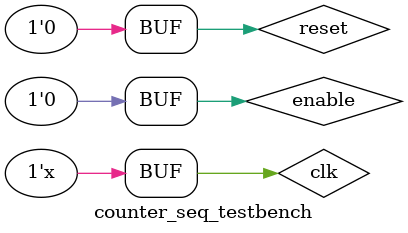
<source format=v>
`timescale 1ns / 1ps

module counter_seq_testbench();

    reg clk;
    reg reset;
    reg enable;
    wire [2:0] out;

    counter_seq dut(clk,reset,enable,out);
    
    always #5 clk = !clk;
    
    initial begin
        clk = 1;
        reset = 0;
        enable = 0;
        #20
        reset = 1;
        #20
        reset = 0;
        enable = 1;
        #20
        reset = 1;
        #20
        reset = 0;
        #20
        enable = 0;
    end

endmodule
</source>
